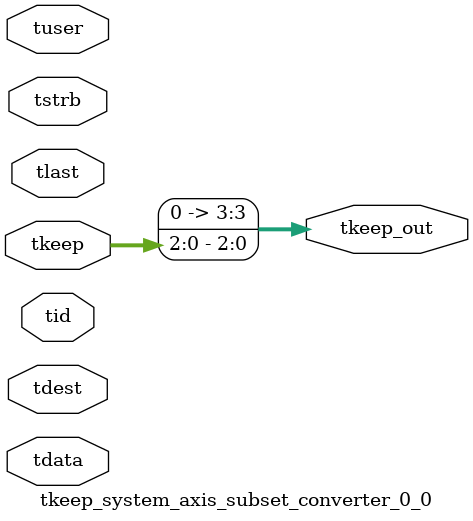
<source format=v>


`timescale 1ps/1ps

module tkeep_system_axis_subset_converter_0_0 #
(
parameter C_S_AXIS_TDATA_WIDTH = 32,
parameter C_S_AXIS_TUSER_WIDTH = 0,
parameter C_S_AXIS_TID_WIDTH   = 0,
parameter C_S_AXIS_TDEST_WIDTH = 0,
parameter C_M_AXIS_TDATA_WIDTH = 32
)
(
input  [(C_S_AXIS_TDATA_WIDTH == 0 ? 1 : C_S_AXIS_TDATA_WIDTH)-1:0     ] tdata,
input  [(C_S_AXIS_TUSER_WIDTH == 0 ? 1 : C_S_AXIS_TUSER_WIDTH)-1:0     ] tuser,
input  [(C_S_AXIS_TID_WIDTH   == 0 ? 1 : C_S_AXIS_TID_WIDTH)-1:0       ] tid,
input  [(C_S_AXIS_TDEST_WIDTH == 0 ? 1 : C_S_AXIS_TDEST_WIDTH)-1:0     ] tdest,
input  [(C_S_AXIS_TDATA_WIDTH/8)-1:0 ] tkeep,
input  [(C_S_AXIS_TDATA_WIDTH/8)-1:0 ] tstrb,
input                                                                    tlast,
output [(C_M_AXIS_TDATA_WIDTH/8)-1:0 ] tkeep_out
);

assign tkeep_out = {tkeep[2:0]};

endmodule


</source>
